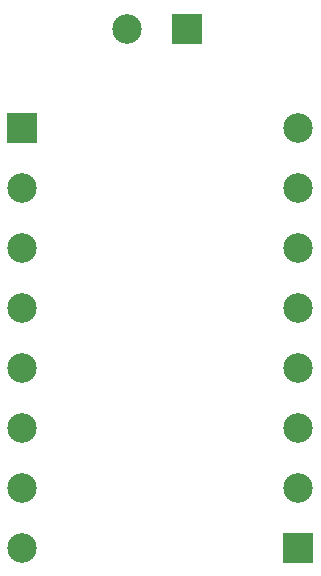
<source format=gbr>
%TF.GenerationSoftware,KiCad,Pcbnew,6.0.0-unknown-30ec895~86~ubuntu16.04.1*%
%TF.CreationDate,2021-05-25T09:51:37+03:00*%
%TF.ProjectId,npn-to-pnp,6e706e2d-746f-42d7-906e-702e6b696361,rev?*%
%TF.SameCoordinates,Original*%
%TF.FileFunction,Soldermask,Bot*%
%TF.FilePolarity,Negative*%
%FSLAX46Y46*%
G04 Gerber Fmt 4.6, Leading zero omitted, Abs format (unit mm)*
G04 Created by KiCad (PCBNEW 6.0.0-unknown-30ec895~86~ubuntu16.04.1) date 2021-05-25 09:51:37*
%MOMM*%
%LPD*%
G04 APERTURE LIST*
%ADD10R,2.500000X2.500000*%
%ADD11C,2.500000*%
G04 APERTURE END LIST*
D10*
%TO.C,J3*%
X89154000Y-54356000D03*
D11*
X89154000Y-59436000D03*
X89154000Y-64516000D03*
X89154000Y-69596000D03*
X89154000Y-74676000D03*
X89154000Y-79756000D03*
X89154000Y-84836000D03*
X89154000Y-89916000D03*
%TD*%
D10*
%TO.C,J2*%
X112522000Y-89916000D03*
D11*
X112522000Y-84836000D03*
X112522000Y-79756000D03*
X112522000Y-74676000D03*
X112522000Y-69596000D03*
X112522000Y-64516000D03*
X112522000Y-59436000D03*
X112522000Y-54356000D03*
%TD*%
D10*
%TO.C,J1*%
X103124000Y-45974000D03*
D11*
X98044000Y-45974000D03*
%TD*%
M02*

</source>
